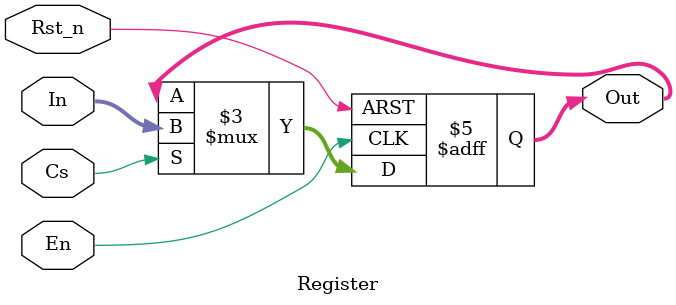
<source format=sv>
module Register #(
    parameter WIDTH = 8
)(
    input wire Rst_n,
    input wire En,
    input wire Cs,
    input wire [WIDTH-1:0] In,
    output reg [WIDTH-1:0] Out
);

always @(posedge En, negedge Rst_n) begin
    if (~Rst_n) Out <= {WIDTH{1'b0}};
    else if (Cs) Out <= In;
end
endmodule


</source>
